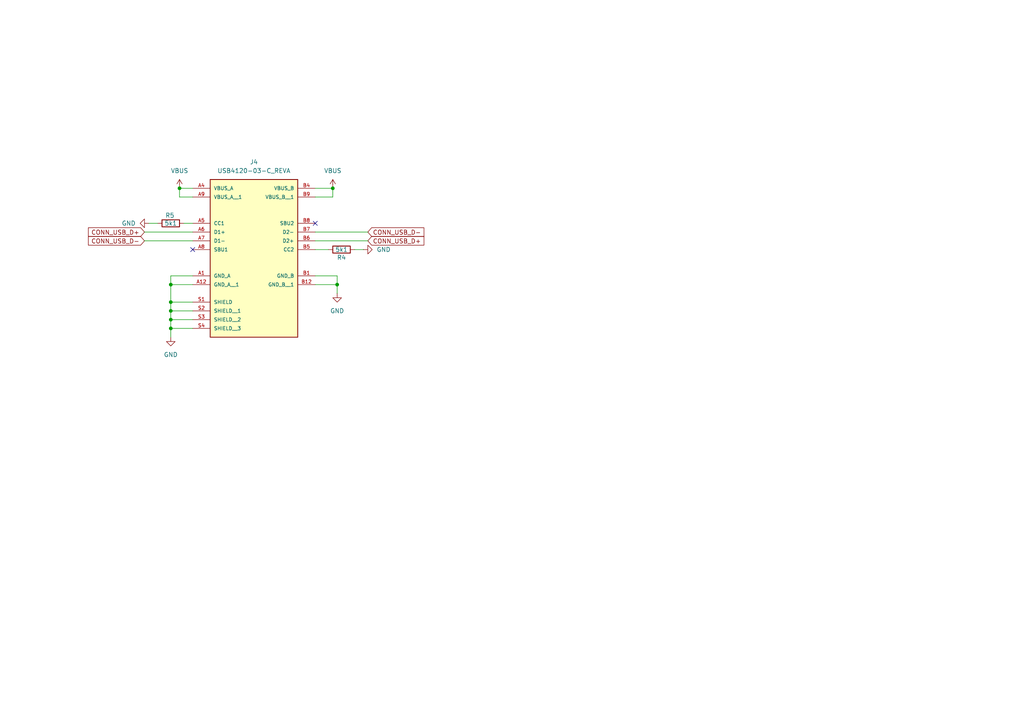
<source format=kicad_sch>
(kicad_sch (version 20231120) (generator "eeschema") (generator_version "8.0")
  (paper "A4")
  (lib_symbols
    (symbol "Device:R" (pin_numbers hide) (pin_names (offset 0))
      (property "Reference" "R" (at 2.032 0 90))
      (property "Value" "R" (at 0 0 90))
      (symbol "R_0_1"
        (rectangle (start -1.016 -2.54) (end 1.016 2.54) (stroke (width 0.254)))
      )
      (symbol "R_1_1"
        (pin passive line (at 0 3.81 270) (length 1.27) (name "~") (number "1"))
        (pin passive line (at 0 -3.81 90) (length 1.27) (name "~") (number "2"))
      )
    )
    (symbol "USB4120-03-C_REVA:USB4120-03-C_REVA" (pin_names (offset 1.016))
      (property "Reference" "J" (at -12.7 16.002 0))
      (property "Value" "USB4120-03-C_REVA" (at -12.7 -31.242 0))
      (symbol "USB4120-03-C_REVA_0_0"
        (pin power_in line (at -17.78 -12.7 0) (length 5.08) (name "GND_A") (number "A1"))
        (pin power_in line (at -17.78 -15.24 0) (length 5.08) (name "GND_A__1") (number "A12"))
        (pin power_in line (at -17.78 12.7 0) (length 5.08) (name "VBUS_A") (number "A4"))
        (pin bidirectional line (at -17.78 2.54 0) (length 5.08) (name "CC1") (number "A5"))
        (pin bidirectional line (at -17.78 0 0) (length 5.08) (name "D1+") (number "A6"))
        (pin bidirectional line (at -17.78 -2.54 0) (length 5.08) (name "D1-") (number "A7"))
        (pin bidirectional line (at -17.78 -5.08 0) (length 5.08) (name "SBU1") (number "A8"))
        (pin power_in line (at -17.78 10.16 0) (length 5.08) (name "VBUS_A__1") (number "A9"))
        (pin power_in line (at 17.78 -12.7 180) (length 5.08) (name "GND_B") (number "B1"))
        (pin power_in line (at 17.78 -15.24 180) (length 5.08) (name "GND_B__1") (number "B12"))
        (pin power_in line (at 17.78 12.7 180) (length 5.08) (name "VBUS_B") (number "B4"))
        (pin bidirectional line (at 17.78 -5.08 180) (length 5.08) (name "CC2") (number "B5"))
        (pin bidirectional line (at 17.78 -2.54 180) (length 5.08) (name "D2+") (number "B6"))
        (pin bidirectional line (at 17.78 0 180) (length 5.08) (name "D2-") (number "B7"))
        (pin bidirectional line (at 17.78 2.54 180) (length 5.08) (name "SBU2") (number "B8"))
        (pin power_in line (at 17.78 10.16 180) (length 5.08) (name "VBUS_B__1") (number "B9"))
        (pin passive line (at -17.78 -20.32 0) (length 5.08) (name "SHIELD") (number "S1"))
        (pin passive line (at -17.78 -22.86 0) (length 5.08) (name "SHIELD__1") (number "S2"))
        (pin passive line (at -17.78 -25.4 0) (length 5.08) (name "SHIELD__2") (number "S3"))
        (pin passive line (at -17.78 -27.94 0) (length 5.08) (name "SHIELD__3") (number "S4"))
      )
      (symbol "USB4120-03-C_REVA_1_0"
        (rectangle (start -12.7 15.24) (end 12.7 -30.48) (stroke (width 0.254)) (fill (type background)))
      )
    )
    (symbol "power:GND" (power) (pin_numbers hide) (pin_names (offset 0) hide)
      (property "Value" "GND" (at 0 -3.81 0))
      (symbol "GND_0_1"
        (polyline (pts (xy 0 0) (xy 0 -1.27) (xy 1.27 -1.27) (xy 0 -2.54) (xy -1.27 -1.27) (xy 0 -1.27)))
      )
      (symbol "GND_1_1"
        (pin power_in line (at 0 0 270) (length 0) (name "~") (number "1"))
      )
    )
    (symbol "power:VBUS" (power) (pin_numbers hide) (pin_names (offset 0) hide)
      (property "Value" "VBUS" (at 0 3.556 0))
      (symbol "VBUS_0_1"
        (polyline (pts (xy -0.762 1.27) (xy 0 2.54)))
        (polyline (pts (xy 0 0) (xy 0 2.54)))
        (polyline (pts (xy 0 2.54) (xy 0.762 1.27)))
      )
      (symbol "VBUS_1_1"
        (pin power_in line (at 0 0 90) (length 0) (name "~") (number "1"))
      )
    )
  )
  (junction (at 97.79 82.55))
  (junction (at 49.53 87.63))
  (junction (at 49.53 95.25))
  (junction (at 49.53 92.71))
  (junction (at 96.52 54.61))
  (junction (at 52.07 54.61))
  (junction (at 49.53 82.55))
  (junction (at 49.53 90.17))
  (no_connect (at 91.44 64.77))
  (no_connect (at 55.88 72.39))
  (wire (pts (xy 91.44 67.31) (xy 106.68 67.31)))
  (wire (pts (xy 49.53 87.63) (xy 55.88 87.63)))
  (wire (pts (xy 49.53 80.01) (xy 49.53 82.55)))
  (wire (pts (xy 49.53 90.17) (xy 49.53 87.63)))
  (wire (pts (xy 41.91 69.85) (xy 55.88 69.85)))
  (wire (pts (xy 49.53 87.63) (xy 49.53 82.55)))
  (wire (pts (xy 43.18 64.77) (xy 45.72 64.77)))
  (wire (pts (xy 97.79 80.01) (xy 91.44 80.01)))
  (wire (pts (xy 53.34 64.77) (xy 55.88 64.77)))
  (wire (pts (xy 49.53 80.01) (xy 55.88 80.01)))
  (wire (pts (xy 49.53 95.25) (xy 49.53 92.71)))
  (wire (pts (xy 52.07 57.15) (xy 52.07 54.61)))
  (wire (pts (xy 96.52 57.15) (xy 96.52 54.61)))
  (wire (pts (xy 91.44 72.39) (xy 95.25 72.39)))
  (wire (pts (xy 102.87 72.39) (xy 105.41 72.39)))
  (wire (pts (xy 91.44 54.61) (xy 96.52 54.61)))
  (wire (pts (xy 97.79 80.01) (xy 97.79 82.55)))
  (wire (pts (xy 49.53 82.55) (xy 55.88 82.55)))
  (wire (pts (xy 55.88 57.15) (xy 52.07 57.15)))
  (wire (pts (xy 91.44 57.15) (xy 96.52 57.15)))
  (wire (pts (xy 49.53 95.25) (xy 55.88 95.25)))
  (wire (pts (xy 97.79 82.55) (xy 91.44 82.55)))
  (wire (pts (xy 41.91 67.31) (xy 55.88 67.31)))
  (wire (pts (xy 49.53 97.79) (xy 49.53 95.25)))
  (wire (pts (xy 49.53 90.17) (xy 55.88 90.17)))
  (wire (pts (xy 49.53 92.71) (xy 55.88 92.71)))
  (wire (pts (xy 49.53 92.71) (xy 49.53 90.17)))
  (wire (pts (xy 52.07 54.61) (xy 55.88 54.61)))
  (wire (pts (xy 91.44 69.85) (xy 106.68 69.85)))
  (wire (pts (xy 97.79 85.09) (xy 97.79 82.55)))
  (global_label "CONN_USB_D-" (shape input) (at 106.68 67.31 0) (property "Intersheetrefs" "${INTERSHEET_REFS}" (effects (hide yes))))
  (global_label "CONN_USB_D-" (shape input) (at 41.91 69.85 180) (property "Intersheetrefs" "${INTERSHEET_REFS}" (effects (hide yes))))
  (global_label "CONN_USB_D+" (shape input) (at 41.91 67.31 180) (property "Intersheetrefs" "${INTERSHEET_REFS}" (effects (hide yes))))
  (global_label "CONN_USB_D+" (shape input) (at 106.68 69.85 0) (property "Intersheetrefs" "${INTERSHEET_REFS}" (effects (hide yes))))
  (symbol (lib_id "Device:R") (at 99.06 72.39 270) (unit 1)
    (property "Reference" "R4" (at 99.06 74.676 90))
    (property "Value" "5k1" (at 99.06 72.39 90))
    (property "Footprint" "Resistor_SMD:R_0805_2012Metric" (effects (hide yes)))
    (property "Description" "Resistor" (effects (hide yes)))
  )
  (symbol (lib_id "power:VBUS") (at 96.52 54.61 0) (unit 1)
    (property "Reference" "#PWR037" (effects (hide yes)))
    (property "Value" "VBUS" (at 96.52 49.53 0))
    (property "Description" "Power symbol creates a global label with name \"VBUS\"" (effects (hide yes)))
  )
  (symbol (lib_id "power:VBUS") (at 52.07 54.61 0) (unit 1)
    (property "Reference" "#PWR036" (effects (hide yes)))
    (property "Value" "VBUS" (at 52.07 49.53 0))
    (property "Description" "Power symbol creates a global label with name \"VBUS\"" (effects (hide yes)))
  )
  (symbol (lib_id "power:GND") (at 97.79 85.09 0) (unit 1)
    (property "Reference" "#PWR032" (effects (hide yes)))
    (property "Value" "GND" (at 97.79 90.17 0))
    (property "Description" "Power symbol creates a global label with name \"GND\" , ground" (effects (hide yes)))
  )
  (symbol (lib_id "power:GND") (at 49.53 97.79 0) (unit 1)
    (property "Reference" "#PWR031" (effects (hide yes)))
    (property "Value" "GND" (at 49.53 102.87 0))
    (property "Description" "Power symbol creates a global label with name \"GND\" , ground" (effects (hide yes)))
  )
  (symbol (lib_id "Device:R") (at 49.53 64.77 270) (unit 1)
    (property "Reference" "R5" (at 49.276 62.484 90))
    (property "Value" "5k1" (at 49.53 64.77 90))
    (property "Footprint" "Resistor_SMD:R_0805_2012Metric" (effects (hide yes)))
    (property "Description" "Resistor" (effects (hide yes)))
  )
  (symbol (lib_id "USB4120-03-C_REVA:USB4120-03-C_REVA") (at 73.66 67.31 0) (unit 1)
    (property "Reference" "J4" (at 73.66 46.99 0))
    (property "Value" "USB4120-03-C_REVA" (at 73.66 49.53 0))
    (property "Footprint" "Connector:GCT_USB4120-03-C_REVA" (effects (hide yes)))
    (property "PARTREV" "A" (effects (hide yes)))
    (property "MANUFACTURER" "GCT" (effects (hide yes)))
    (property "MAXIMUM_PACKAGE_HEIGHT" "6.5mm" (effects (hide yes)))
    (property "STANDARD" "Manufacturer Recommendations" (effects (hide yes)))
  )
  (symbol (lib_id "power:GND") (at 43.18 64.77 270) (unit 1)
    (property "Reference" "#PWR035" (effects (hide yes)))
    (property "Value" "GND" (at 39.37 64.7699 90) (effects (justify right)))
    (property "Description" "Power symbol creates a global label with name \"GND\" , ground" (effects (hide yes)))
  )
  (symbol (lib_id "power:GND") (at 105.41 72.39 90) (unit 1)
    (property "Reference" "#PWR034" (effects (hide yes)))
    (property "Value" "GND" (at 109.22 72.3901 90) (effects (justify right)))
    (property "Description" "Power symbol creates a global label with name \"GND\" , ground" (effects (hide yes)))
  )
)
</source>
